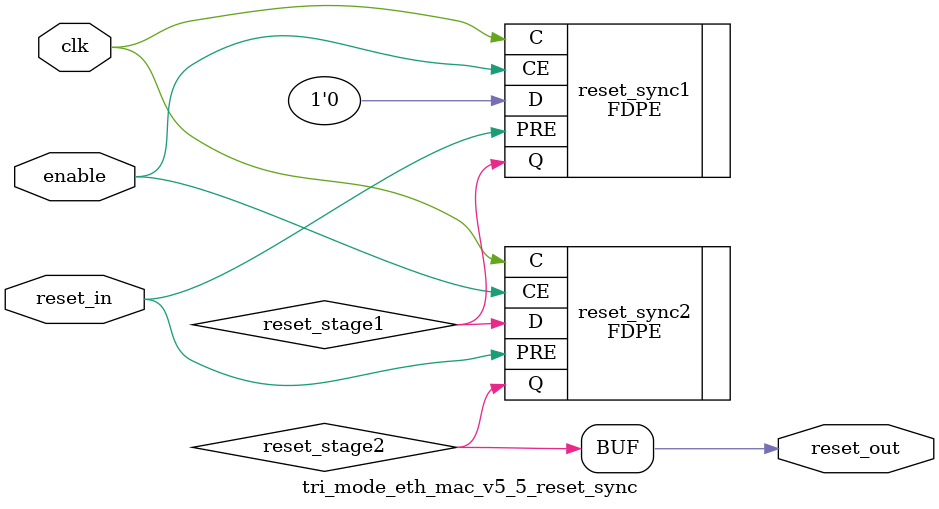
<source format=v>

`timescale 1ps/1ps

module tri_mode_eth_mac_v5_5_reset_sync #(
  parameter INITIALISE = 2'b11
)
(
   input       reset_in,
   input       clk,
   input       enable,
   output      reset_out
);


wire  reset_stage1;
wire  reset_stage2;

  (* ASYNC_REG = "TRUE", RLOC = "X0Y0",  SHREG_EXTRACT = "NO", INIT = "1" *)
  FDPE #(
   .INIT (INITIALISE[0])
  ) reset_sync1 (
  .C  (clk), 
  .CE (enable),
  .PRE(reset_in),
  .D  (1'b0),
  .Q  (reset_stage1) 
  );
  
  (* ASYNC_REG = "TRUE", RLOC = "X0Y0",  SHREG_EXTRACT = "NO", INIT = "1" *)
  FDPE #(
   .INIT (INITIALISE[1])
  ) reset_sync2 (
  .C  (clk), 
  .CE (enable),
  .PRE(reset_in),
  .D  (reset_stage1),
  .Q  (reset_stage2) 
  );


assign reset_out = reset_stage2;



endmodule

</source>
